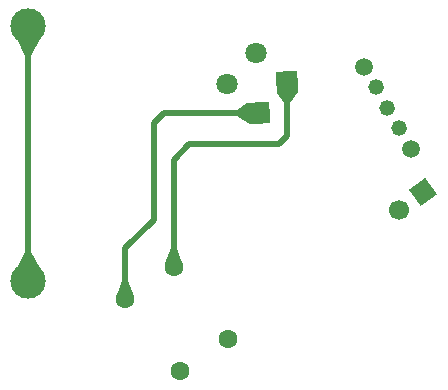
<source format=gbr>
%TF.GenerationSoftware,KiCad,Pcbnew,7.0.8*%
%TF.CreationDate,2024-01-17T10:12:40-07:00*%
%TF.ProjectId,Flex-E Rex 1_4,466c6578-2d45-4205-9265-7820315f342e,rev?*%
%TF.SameCoordinates,Original*%
%TF.FileFunction,Copper,L2,Bot*%
%TF.FilePolarity,Positive*%
%FSLAX46Y46*%
G04 Gerber Fmt 4.6, Leading zero omitted, Abs format (unit mm)*
G04 Created by KiCad (PCBNEW 7.0.8) date 2024-01-17 10:12:40*
%MOMM*%
%LPD*%
G01*
G04 APERTURE LIST*
G04 Aperture macros list*
%AMHorizOval*
0 Thick line with rounded ends*
0 $1 width*
0 $2 $3 position (X,Y) of the first rounded end (center of the circle)*
0 $4 $5 position (X,Y) of the second rounded end (center of the circle)*
0 Add line between two ends*
20,1,$1,$2,$3,$4,$5,0*
0 Add two circle primitives to create the rounded ends*
1,1,$1,$2,$3*
1,1,$1,$4,$5*%
%AMRotRect*
0 Rectangle, with rotation*
0 The origin of the aperture is its center*
0 $1 length*
0 $2 width*
0 $3 Rotation angle, in degrees counterclockwise*
0 Add horizontal line*
21,1,$1,$2,0,0,$3*%
G04 Aperture macros list end*
%TA.AperFunction,ComponentPad*%
%ADD10RotRect,1.800000X1.800000X182.000000*%
%TD*%
%TA.AperFunction,ComponentPad*%
%ADD11C,1.800000*%
%TD*%
%TA.AperFunction,ComponentPad*%
%ADD12RotRect,1.800000X1.800000X92.000000*%
%TD*%
%TA.AperFunction,ComponentPad*%
%ADD13C,1.320800*%
%TD*%
%TA.AperFunction,ComponentPad*%
%ADD14C,1.498600*%
%TD*%
%TA.AperFunction,ComponentPad*%
%ADD15C,1.600000*%
%TD*%
%TA.AperFunction,ComponentPad*%
%ADD16HorizOval,1.600000X0.000000X0.000000X0.000000X0.000000X0*%
%TD*%
%TA.AperFunction,ComponentPad*%
%ADD17RotRect,1.700000X1.700000X306.000000*%
%TD*%
%TA.AperFunction,ComponentPad*%
%ADD18HorizOval,1.700000X0.000000X0.000000X0.000000X0.000000X0*%
%TD*%
%TA.AperFunction,ComponentPad*%
%ADD19C,3.000000*%
%TD*%
%TA.AperFunction,Conductor*%
%ADD20C,0.500000*%
%TD*%
G04 APERTURE END LIST*
D10*
%TO.P,D2,1,K*%
%TO.N,Net-(D2-K)*%
X83723462Y-39311879D03*
D11*
%TO.P,D2,3*%
%TO.N,+3V0*%
X78646557Y-39489168D03*
%TD*%
%TO.P,D1,3*%
%TO.N,+3V0*%
X81110833Y-36846557D03*
D12*
%TO.P,D1,1,K*%
%TO.N,Net-(D1-K)*%
X81288122Y-41923462D03*
%TD*%
D13*
%TO.P,SW1,1,1*%
%TO.N,unconnected-(SW1-Pad1)*%
X93201161Y-43224202D03*
%TO.P,SW1,2,2*%
%TO.N,+3V0*%
X92201161Y-41492150D03*
%TO.P,SW1,3,3*%
%TO.N,Net-(BT1-PadS+1)*%
X91201161Y-39760099D03*
D14*
%TO.P,SW1,4*%
%TO.N,N/C*%
X94201161Y-44956252D03*
%TO.P,SW1,5*%
X90201161Y-38028049D03*
%TD*%
D15*
%TO.P,R2,1*%
%TO.N,Net-(D1-K)*%
X70014170Y-57714397D03*
D16*
%TO.P,R2,2*%
%TO.N,GND*%
X74600000Y-63800000D03*
%TD*%
D15*
%TO.P,R1,1*%
%TO.N,Net-(D2-K)*%
X74107085Y-54957199D03*
D16*
%TO.P,R1,2*%
%TO.N,GND*%
X78692915Y-61042802D03*
%TD*%
D17*
%TO.P,J1,1,Pin_1*%
%TO.N,+3V0*%
X95231497Y-48650574D03*
D18*
%TO.P,J1,2,Pin_2*%
%TO.N,GND*%
X93176594Y-50143549D03*
%TD*%
D19*
%TO.P,BT1,S+1*%
%TO.N,Net-(BT1-PadS+1)*%
X61800000Y-34600000D03*
%TO.P,BT1,S+2*%
X61800000Y-56200000D03*
%TD*%
D20*
%TO.N,Net-(BT1-PadS+1)*%
X61800000Y-34600000D02*
X61800000Y-56200000D01*
%TO.N,Net-(D1-K)*%
X81288122Y-41923462D02*
X73276538Y-41923462D01*
%TO.N,Net-(D2-K)*%
X83000000Y-44600000D02*
X83723462Y-43876538D01*
X83723462Y-43876538D02*
X83723462Y-39311879D01*
X75400000Y-44600000D02*
X83000000Y-44600000D01*
X74107085Y-45892915D02*
X75400000Y-44600000D01*
X74107085Y-54957199D02*
X74107085Y-45892915D01*
%TO.N,Net-(D1-K)*%
X70000000Y-53400000D02*
X70000000Y-54400000D01*
X70014170Y-54414170D02*
X70014170Y-57714397D01*
X72400000Y-51000000D02*
X70000000Y-53400000D01*
X72400000Y-42800000D02*
X72400000Y-51000000D01*
X70000000Y-54400000D02*
X70014170Y-54414170D01*
X73276538Y-41923462D02*
X72400000Y-42800000D01*
%TO.N,+3V0*%
X78646557Y-39310833D02*
X78646557Y-39489168D01*
%TD*%
%TA.AperFunction,Conductor*%
%TO.N,Net-(BT1-PadS+1)*%
G36*
X61807885Y-34607716D02*
G01*
X61808637Y-34608468D01*
X62207754Y-35045982D01*
X62794430Y-35689098D01*
X62797474Y-35697519D01*
X62796107Y-35702493D01*
X62053305Y-37093810D01*
X62046386Y-37099495D01*
X62042984Y-37100000D01*
X61557016Y-37100000D01*
X61548743Y-37096573D01*
X61546695Y-37093810D01*
X60803892Y-35702493D01*
X60803018Y-35693581D01*
X60805569Y-35689098D01*
X61791356Y-34608474D01*
X61799464Y-34604672D01*
X61807885Y-34607716D01*
G37*
%TD.AperFunction*%
%TD*%
%TA.AperFunction,Conductor*%
%TO.N,Net-(BT1-PadS+1)*%
G36*
X62051257Y-53703427D02*
G01*
X62053305Y-53706190D01*
X62796107Y-55097506D01*
X62796981Y-55106418D01*
X62794430Y-55110901D01*
X61808644Y-56191524D01*
X61800536Y-56195327D01*
X61792115Y-56192283D01*
X61791356Y-56191524D01*
X60805569Y-55110901D01*
X60802525Y-55102480D01*
X60803891Y-55097508D01*
X61546695Y-53706189D01*
X61553614Y-53700505D01*
X61557016Y-53700000D01*
X62042984Y-53700000D01*
X62051257Y-53703427D01*
G37*
%TD.AperFunction*%
%TD*%
%TA.AperFunction,Conductor*%
%TO.N,Net-(D1-K)*%
G36*
X80364239Y-41061920D02*
G01*
X81280400Y-41915337D01*
X81284118Y-41923483D01*
X81280986Y-41931873D01*
X81280837Y-41932030D01*
X80425933Y-42816292D01*
X80417718Y-42819858D01*
X80410825Y-42817755D01*
X79492578Y-42176954D01*
X79487755Y-42169409D01*
X79487574Y-42167359D01*
X79487574Y-41679500D01*
X79491001Y-41671227D01*
X79492487Y-41669970D01*
X80349488Y-41060943D01*
X80358215Y-41058945D01*
X80364239Y-41061920D01*
G37*
%TD.AperFunction*%
%TD*%
%TA.AperFunction,Conductor*%
%TO.N,Net-(D2-K)*%
G36*
X83731873Y-39319014D02*
G01*
X83732030Y-39319163D01*
X84616292Y-40174066D01*
X84619858Y-40182281D01*
X84617755Y-40189174D01*
X83976954Y-41107423D01*
X83969409Y-41112246D01*
X83967359Y-41112427D01*
X83479500Y-41112427D01*
X83471227Y-41109000D01*
X83469963Y-41107504D01*
X83469905Y-41107423D01*
X82860944Y-40250513D01*
X82858945Y-40241785D01*
X82861918Y-40235763D01*
X83715339Y-39319598D01*
X83723483Y-39315882D01*
X83731873Y-39319014D01*
G37*
%TD.AperFunction*%
%TD*%
%TA.AperFunction,Conductor*%
%TO.N,Net-(D2-K)*%
G36*
X74357273Y-53360626D02*
G01*
X74359944Y-53364762D01*
X74842184Y-54640457D01*
X74841904Y-54649407D01*
X74835730Y-54655398D01*
X74111575Y-54956333D01*
X74102621Y-54956343D01*
X73378438Y-54655397D01*
X73372114Y-54649059D01*
X73371985Y-54640459D01*
X73854226Y-53364761D01*
X73860357Y-53358235D01*
X73865170Y-53357199D01*
X74349000Y-53357199D01*
X74357273Y-53360626D01*
G37*
%TD.AperFunction*%
%TD*%
%TA.AperFunction,Conductor*%
%TO.N,Net-(D1-K)*%
G36*
X70264358Y-56117824D02*
G01*
X70267029Y-56121960D01*
X70749269Y-57397655D01*
X70748989Y-57406605D01*
X70742815Y-57412596D01*
X70018660Y-57713531D01*
X70009706Y-57713541D01*
X69285523Y-57412595D01*
X69279199Y-57406257D01*
X69279070Y-57397657D01*
X69761311Y-56121959D01*
X69767442Y-56115433D01*
X69772255Y-56114397D01*
X70256085Y-56114397D01*
X70264358Y-56117824D01*
G37*
%TD.AperFunction*%
%TD*%
M02*

</source>
